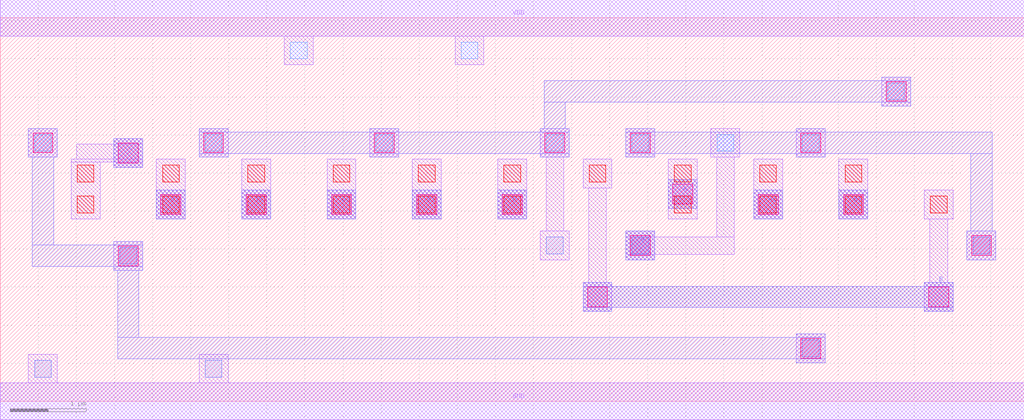
<source format=lef>
MACRO AAOOAAOI2224
 CLASS CORE ;
 FOREIGN AAOOAAOI2224 0 0 ;
 SIZE 13.44 BY 5.04 ;
 ORIGIN 0 0 ;
 SYMMETRY X Y R90 ;
 SITE unit ;
  PIN VDD
   DIRECTION INOUT ;
   USE POWER ;
   SHAPE ABUTMENT ;
    PORT
     CLASS CORE ;
       LAYER met1 ;
        RECT 0.00000000 4.80000000 13.44000000 5.28000000 ;
    END
  END VDD

  PIN GND
   DIRECTION INOUT ;
   USE POWER ;
   SHAPE ABUTMENT ;
    PORT
     CLASS CORE ;
       LAYER met1 ;
        RECT 0.00000000 -0.24000000 13.44000000 0.24000000 ;
    END
  END GND

  PIN Y
   DIRECTION INOUT ;
   USE SIGNAL ;
   SHAPE ABUTMENT ;
    PORT
     CLASS CORE ;
       LAYER met2 ;
        RECT 8.21000000 1.85700000 8.59000000 2.23700000 ;
    END
  END Y

  PIN D3
   DIRECTION INOUT ;
   USE SIGNAL ;
   SHAPE ABUTMENT ;
    PORT
     CLASS CORE ;
       LAYER met2 ;
        RECT 3.17000000 2.39700000 3.55000000 2.77700000 ;
    END
  END D3

  PIN C1
   DIRECTION INOUT ;
   USE SIGNAL ;
   SHAPE ABUTMENT ;
    PORT
     CLASS CORE ;
       LAYER met2 ;
        RECT 2.05000000 2.39700000 2.43000000 2.77700000 ;
    END
  END C1

  PIN A
   DIRECTION INOUT ;
   USE SIGNAL ;
   SHAPE ABUTMENT ;
    PORT
     CLASS CORE ;
       LAYER met2 ;
        RECT 8.77000000 2.53200000 9.15000000 2.91200000 ;
    END
  END A

  PIN D1
   DIRECTION INOUT ;
   USE SIGNAL ;
   SHAPE ABUTMENT ;
    PORT
     CLASS CORE ;
       LAYER met2 ;
        RECT 5.41000000 2.39700000 5.79000000 2.77700000 ;
    END
  END D1

  PIN C
   DIRECTION INOUT ;
   USE SIGNAL ;
   SHAPE ABUTMENT ;
    PORT
     CLASS CORE ;
       LAYER met2 ;
        RECT 1.49000000 3.07200000 1.87000000 3.45200000 ;
    END
  END C

  PIN D
   DIRECTION INOUT ;
   USE SIGNAL ;
   SHAPE ABUTMENT ;
    PORT
     CLASS CORE ;
       LAYER met2 ;
        RECT 6.53000000 2.39700000 6.91000000 2.77700000 ;
    END
  END D

  PIN B1
   DIRECTION INOUT ;
   USE SIGNAL ;
   SHAPE ABUTMENT ;
    PORT
     CLASS CORE ;
       LAYER met2 ;
        RECT 11.01000000 2.39700000 11.39000000 2.77700000 ;
    END
  END B1

  PIN D2
   DIRECTION INOUT ;
   USE SIGNAL ;
   SHAPE ABUTMENT ;
    PORT
     CLASS CORE ;
       LAYER met2 ;
        RECT 4.29000000 2.39700000 4.67000000 2.77700000 ;
    END
  END D2

  PIN B
   DIRECTION INOUT ;
   USE SIGNAL ;
   SHAPE ABUTMENT ;
    PORT
     CLASS CORE ;
       LAYER met2 ;
        RECT 7.65000000 1.18200000 8.03000000 1.23200000 ;
        RECT 12.13000000 1.18200000 12.51000000 1.23200000 ;
        RECT 7.65000000 1.23200000 12.51000000 1.51200000 ;
        RECT 7.65000000 1.51200000 8.03000000 1.56200000 ;
        RECT 12.13000000 1.51200000 12.51000000 1.56200000 ;
    END
  END B

  PIN A1
   DIRECTION INOUT ;
   USE SIGNAL ;
   SHAPE ABUTMENT ;
    PORT
     CLASS CORE ;
       LAYER met2 ;
        RECT 9.89000000 2.39700000 10.27000000 2.77700000 ;
    END
  END A1

 OBS
    LAYER polycont ;
     RECT 1.01000000 2.47700000 1.23000000 2.69700000 ;
     RECT 2.13000000 2.47700000 2.35000000 2.69700000 ;
     RECT 3.25000000 2.47700000 3.47000000 2.69700000 ;
     RECT 4.37000000 2.47700000 4.59000000 2.69700000 ;
     RECT 5.49000000 2.47700000 5.71000000 2.69700000 ;
     RECT 6.61000000 2.47700000 6.83000000 2.69700000 ;
     RECT 8.85000000 2.47700000 9.07000000 2.69700000 ;
     RECT 9.97000000 2.47700000 10.19000000 2.69700000 ;
     RECT 11.09000000 2.47700000 11.31000000 2.69700000 ;
     RECT 12.21000000 2.47700000 12.43000000 2.69700000 ;
     RECT 1.01000000 2.88200000 1.23000000 3.10200000 ;
     RECT 2.13000000 2.88200000 2.35000000 3.10200000 ;
     RECT 3.25000000 2.88200000 3.47000000 3.10200000 ;
     RECT 4.37000000 2.88200000 4.59000000 3.10200000 ;
     RECT 5.49000000 2.88200000 5.71000000 3.10200000 ;
     RECT 6.61000000 2.88200000 6.83000000 3.10200000 ;
     RECT 7.73000000 2.88200000 7.95000000 3.10200000 ;
     RECT 8.85000000 2.88200000 9.07000000 3.10200000 ;
     RECT 9.97000000 2.88200000 10.19000000 3.10200000 ;
     RECT 11.09000000 2.88200000 11.31000000 3.10200000 ;

    LAYER pdiffc ;
     RECT 0.45000000 3.28700000 0.67000000 3.50700000 ;
     RECT 2.69000000 3.28700000 2.91000000 3.50700000 ;
     RECT 4.93000000 3.28700000 5.15000000 3.50700000 ;
     RECT 7.17000000 3.28700000 7.39000000 3.50700000 ;
     RECT 8.29000000 3.28700000 8.51000000 3.50700000 ;
     RECT 9.41000000 3.28700000 9.63000000 3.50700000 ;
     RECT 10.53000000 3.28700000 10.75000000 3.50700000 ;
     RECT 11.65000000 3.96200000 11.87000000 4.18200000 ;
     RECT 3.81000000 4.50200000 4.03000000 4.72200000 ;
     RECT 6.05000000 4.50200000 6.27000000 4.72200000 ;

    LAYER ndiffc ;
     RECT 0.45000000 0.31700000 0.67000000 0.53700000 ;
     RECT 2.69000000 0.31700000 2.91000000 0.53700000 ;
     RECT 10.53000000 0.58700000 10.75000000 0.80700000 ;
     RECT 1.57000000 1.80200000 1.79000000 2.02200000 ;
     RECT 7.17000000 1.93700000 7.39000000 2.15700000 ;
     RECT 8.29000000 1.93700000 8.51000000 2.15700000 ;
     RECT 12.77000000 1.93700000 12.99000000 2.15700000 ;

    LAYER met1 ;
     RECT 0.00000000 -0.24000000 13.44000000 0.24000000 ;
     RECT 0.37000000 0.24000000 0.75000000 0.61700000 ;
     RECT 2.61000000 0.24000000 2.99000000 0.61700000 ;
     RECT 10.45000000 0.50700000 10.83000000 0.88700000 ;
     RECT 1.49000000 1.72200000 1.87000000 2.10200000 ;
     RECT 12.69000000 1.85700000 13.07000000 2.23700000 ;
     RECT 12.13000000 1.18200000 12.51000000 1.56200000 ;
     RECT 12.20500000 1.56200000 12.43500000 2.39700000 ;
     RECT 12.13000000 2.39700000 12.51000000 2.77700000 ;
     RECT 2.05000000 2.39700000 2.43000000 3.18200000 ;
     RECT 3.17000000 2.39700000 3.55000000 3.18200000 ;
     RECT 4.29000000 2.39700000 4.67000000 3.18200000 ;
     RECT 5.41000000 2.39700000 5.79000000 3.18200000 ;
     RECT 6.53000000 2.39700000 6.91000000 3.18200000 ;
     RECT 7.65000000 1.18200000 8.03000000 1.56200000 ;
     RECT 7.72500000 1.56200000 7.95500000 2.80200000 ;
     RECT 7.65000000 2.80200000 8.03000000 3.18200000 ;
     RECT 8.77000000 2.39700000 9.15000000 3.18200000 ;
     RECT 9.89000000 2.39700000 10.27000000 3.18200000 ;
     RECT 11.01000000 2.39700000 11.39000000 3.18200000 ;
     RECT 0.93000000 2.39700000 1.31000000 3.14700000 ;
     RECT 1.49000000 3.07200000 1.87000000 3.14700000 ;
     RECT 0.93000000 3.14700000 1.87000000 3.18200000 ;
     RECT 1.00500000 3.18200000 1.87000000 3.37700000 ;
     RECT 1.49000000 3.37700000 1.87000000 3.45200000 ;
     RECT 0.37000000 3.20700000 0.75000000 3.58700000 ;
     RECT 2.61000000 3.20700000 2.99000000 3.58700000 ;
     RECT 4.85000000 3.20700000 5.23000000 3.58700000 ;
     RECT 7.09000000 1.85700000 7.47000000 2.23700000 ;
     RECT 7.16500000 2.23700000 7.39500000 3.20700000 ;
     RECT 7.09000000 3.20700000 7.47000000 3.58700000 ;
     RECT 8.21000000 3.20700000 8.59000000 3.58700000 ;
     RECT 8.21000000 1.85700000 8.59000000 1.93200000 ;
     RECT 8.21000000 1.93200000 9.63500000 2.16200000 ;
     RECT 8.21000000 2.16200000 8.59000000 2.23700000 ;
     RECT 9.40500000 2.16200000 9.63500000 3.20700000 ;
     RECT 9.33000000 3.20700000 9.71000000 3.58700000 ;
     RECT 10.45000000 3.20700000 10.83000000 3.58700000 ;
     RECT 11.57000000 3.88200000 11.95000000 4.26200000 ;
     RECT 3.73000000 4.42200000 4.11000000 4.80000000 ;
     RECT 5.97000000 4.42200000 6.35000000 4.80000000 ;
     RECT 0.00000000 4.80000000 13.44000000 5.28000000 ;

    LAYER via1 ;
     RECT 10.51000000 0.56700000 10.77000000 0.82700000 ;
     RECT 7.71000000 1.24200000 7.97000000 1.50200000 ;
     RECT 12.19000000 1.24200000 12.45000000 1.50200000 ;
     RECT 1.55000000 1.78200000 1.81000000 2.04200000 ;
     RECT 8.27000000 1.91700000 8.53000000 2.17700000 ;
     RECT 12.75000000 1.91700000 13.01000000 2.17700000 ;
     RECT 2.11000000 2.45700000 2.37000000 2.71700000 ;
     RECT 3.23000000 2.45700000 3.49000000 2.71700000 ;
     RECT 4.35000000 2.45700000 4.61000000 2.71700000 ;
     RECT 5.47000000 2.45700000 5.73000000 2.71700000 ;
     RECT 6.59000000 2.45700000 6.85000000 2.71700000 ;
     RECT 9.95000000 2.45700000 10.21000000 2.71700000 ;
     RECT 11.07000000 2.45700000 11.33000000 2.71700000 ;
     RECT 8.83000000 2.59200000 9.09000000 2.85200000 ;
     RECT 1.55000000 3.13200000 1.81000000 3.39200000 ;
     RECT 0.43000000 3.26700000 0.69000000 3.52700000 ;
     RECT 2.67000000 3.26700000 2.93000000 3.52700000 ;
     RECT 4.91000000 3.26700000 5.17000000 3.52700000 ;
     RECT 7.15000000 3.26700000 7.41000000 3.52700000 ;
     RECT 8.27000000 3.26700000 8.53000000 3.52700000 ;
     RECT 10.51000000 3.26700000 10.77000000 3.52700000 ;
     RECT 11.63000000 3.94200000 11.89000000 4.20200000 ;

    LAYER met2 ;
     RECT 7.65000000 1.18200000 8.03000000 1.23200000 ;
     RECT 12.13000000 1.18200000 12.51000000 1.23200000 ;
     RECT 7.65000000 1.23200000 12.51000000 1.51200000 ;
     RECT 7.65000000 1.51200000 8.03000000 1.56200000 ;
     RECT 12.13000000 1.51200000 12.51000000 1.56200000 ;
     RECT 8.21000000 1.85700000 8.59000000 2.23700000 ;
     RECT 2.05000000 2.39700000 2.43000000 2.77700000 ;
     RECT 3.17000000 2.39700000 3.55000000 2.77700000 ;
     RECT 4.29000000 2.39700000 4.67000000 2.77700000 ;
     RECT 5.41000000 2.39700000 5.79000000 2.77700000 ;
     RECT 6.53000000 2.39700000 6.91000000 2.77700000 ;
     RECT 9.89000000 2.39700000 10.27000000 2.77700000 ;
     RECT 11.01000000 2.39700000 11.39000000 2.77700000 ;
     RECT 8.77000000 2.53200000 9.15000000 2.91200000 ;
     RECT 1.49000000 3.07200000 1.87000000 3.45200000 ;
     RECT 10.45000000 0.50700000 10.83000000 0.55700000 ;
     RECT 1.54000000 0.55700000 10.83000000 0.83700000 ;
     RECT 10.45000000 0.83700000 10.83000000 0.88700000 ;
     RECT 1.54000000 0.83700000 1.82000000 1.72200000 ;
     RECT 1.49000000 1.72200000 1.87000000 1.77200000 ;
     RECT 0.42000000 1.77200000 1.87000000 2.05200000 ;
     RECT 1.49000000 2.05200000 1.87000000 2.10200000 ;
     RECT 0.42000000 2.05200000 0.70000000 3.20700000 ;
     RECT 0.37000000 3.20700000 0.75000000 3.58700000 ;
     RECT 12.69000000 1.85700000 13.07000000 2.23700000 ;
     RECT 8.21000000 3.20700000 8.59000000 3.25700000 ;
     RECT 10.45000000 3.20700000 10.83000000 3.25700000 ;
     RECT 12.74000000 2.23700000 13.02000000 3.25700000 ;
     RECT 8.21000000 3.25700000 13.02000000 3.53700000 ;
     RECT 8.21000000 3.53700000 8.59000000 3.58700000 ;
     RECT 10.45000000 3.53700000 10.83000000 3.58700000 ;
     RECT 2.61000000 3.20700000 2.99000000 3.25700000 ;
     RECT 4.85000000 3.20700000 5.23000000 3.25700000 ;
     RECT 7.09000000 3.20700000 7.47000000 3.25700000 ;
     RECT 2.61000000 3.25700000 7.47000000 3.53700000 ;
     RECT 2.61000000 3.53700000 2.99000000 3.58700000 ;
     RECT 4.85000000 3.53700000 5.23000000 3.58700000 ;
     RECT 7.09000000 3.53700000 7.47000000 3.58700000 ;
     RECT 7.14000000 3.58700000 7.42000000 3.93200000 ;
     RECT 11.57000000 3.88200000 11.95000000 3.93200000 ;
     RECT 7.14000000 3.93200000 11.95000000 4.21200000 ;
     RECT 11.57000000 4.21200000 11.95000000 4.26200000 ;

 END
END AAOOAAOI2224

</source>
